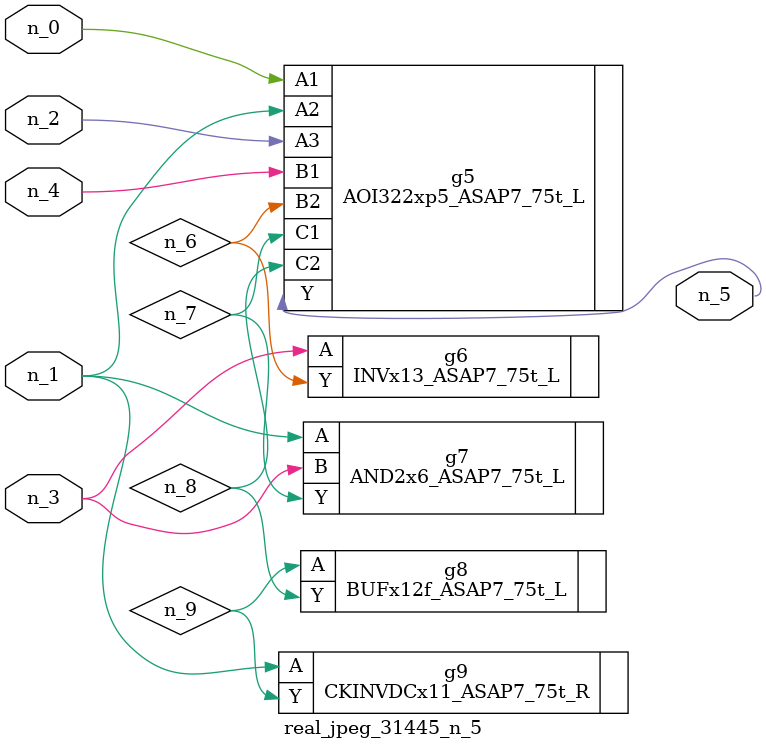
<source format=v>
module real_jpeg_31445_n_5 (n_4, n_0, n_1, n_2, n_3, n_5);

input n_4;
input n_0;
input n_1;
input n_2;
input n_3;

output n_5;

wire n_8;
wire n_6;
wire n_7;
wire n_9;

AOI322xp5_ASAP7_75t_L g5 ( 
.A1(n_0),
.A2(n_1),
.A3(n_2),
.B1(n_4),
.B2(n_6),
.C1(n_7),
.C2(n_8),
.Y(n_5)
);

AND2x6_ASAP7_75t_L g7 ( 
.A(n_1),
.B(n_3),
.Y(n_7)
);

CKINVDCx11_ASAP7_75t_R g9 ( 
.A(n_1),
.Y(n_9)
);

INVx13_ASAP7_75t_L g6 ( 
.A(n_3),
.Y(n_6)
);

BUFx12f_ASAP7_75t_L g8 ( 
.A(n_9),
.Y(n_8)
);


endmodule
</source>
